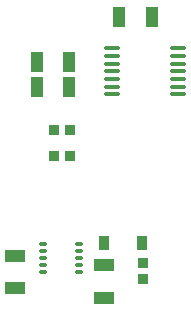
<source format=gbp>
G04 Layer_Color=16770453*
%FSLAX24Y24*%
%MOIN*%
G70*
G01*
G75*
%ADD13R,0.0335X0.0374*%
%ADD40R,0.0394X0.0669*%
%ADD41R,0.0669X0.0394*%
%ADD42R,0.0358X0.0480*%
%ADD43R,0.0374X0.0335*%
G04:AMPARAMS|DCode=44|XSize=25.6mil|YSize=11.8mil|CornerRadius=3mil|HoleSize=0mil|Usage=FLASHONLY|Rotation=0.000|XOffset=0mil|YOffset=0mil|HoleType=Round|Shape=RoundedRectangle|*
%AMROUNDEDRECTD44*
21,1,0.0256,0.0059,0,0,0.0*
21,1,0.0197,0.0118,0,0,0.0*
1,1,0.0059,0.0098,-0.0030*
1,1,0.0059,-0.0098,-0.0030*
1,1,0.0059,-0.0098,0.0030*
1,1,0.0059,0.0098,0.0030*
%
%ADD44ROUNDEDRECTD44*%
%ADD45O,0.0551X0.0138*%
D13*
X14980Y16437D02*
D03*
X15512D02*
D03*
X14980Y15561D02*
D03*
X15512D02*
D03*
D40*
X17166Y20177D02*
D03*
X18257D02*
D03*
X14420Y18681D02*
D03*
X15511D02*
D03*
X14420Y17854D02*
D03*
X15511D02*
D03*
D41*
X13681Y11143D02*
D03*
Y12233D02*
D03*
X16663Y10837D02*
D03*
Y11928D02*
D03*
D42*
X17939Y12657D02*
D03*
X16648D02*
D03*
D43*
X17963Y11978D02*
D03*
Y11447D02*
D03*
D44*
X14636Y11693D02*
D03*
Y11929D02*
D03*
Y12165D02*
D03*
Y12402D02*
D03*
Y12638D02*
D03*
X15837D02*
D03*
Y12402D02*
D03*
Y12165D02*
D03*
Y11929D02*
D03*
Y11693D02*
D03*
D45*
X16939Y17618D02*
D03*
Y17874D02*
D03*
Y18130D02*
D03*
Y18386D02*
D03*
Y18642D02*
D03*
Y18898D02*
D03*
Y19154D02*
D03*
X19144Y17618D02*
D03*
Y17874D02*
D03*
Y18130D02*
D03*
Y18386D02*
D03*
Y18642D02*
D03*
Y18898D02*
D03*
Y19154D02*
D03*
M02*

</source>
